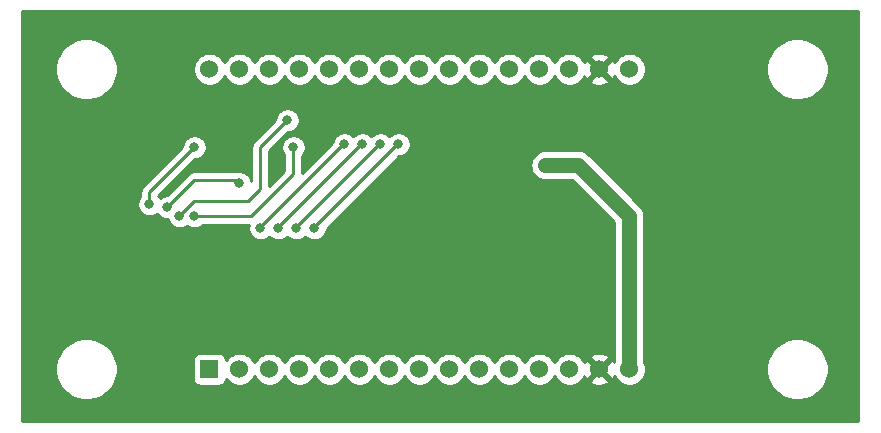
<source format=gbr>
G04 #@! TF.GenerationSoftware,KiCad,Pcbnew,(5.1.6)-1*
G04 #@! TF.CreationDate,2020-09-24T21:49:11+02:00*
G04 #@! TF.ProjectId,Brewnode_MCU_Adapter,42726577-6e6f-4646-955f-4d43555f4164,rev?*
G04 #@! TF.SameCoordinates,Original*
G04 #@! TF.FileFunction,Copper,L2,Bot*
G04 #@! TF.FilePolarity,Positive*
%FSLAX46Y46*%
G04 Gerber Fmt 4.6, Leading zero omitted, Abs format (unit mm)*
G04 Created by KiCad (PCBNEW (5.1.6)-1) date 2020-09-24 21:49:11*
%MOMM*%
%LPD*%
G01*
G04 APERTURE LIST*
G04 #@! TA.AperFunction,ComponentPad*
%ADD10C,1.524000*%
G04 #@! TD*
G04 #@! TA.AperFunction,ComponentPad*
%ADD11R,1.524000X1.524000*%
G04 #@! TD*
G04 #@! TA.AperFunction,ViaPad*
%ADD12C,0.800000*%
G04 #@! TD*
G04 #@! TA.AperFunction,ViaPad*
%ADD13C,0.600000*%
G04 #@! TD*
G04 #@! TA.AperFunction,Conductor*
%ADD14C,0.304800*%
G04 #@! TD*
G04 #@! TA.AperFunction,Conductor*
%ADD15C,0.254000*%
G04 #@! TD*
G04 #@! TA.AperFunction,Conductor*
%ADD16C,1.270000*%
G04 #@! TD*
G04 APERTURE END LIST*
D10*
X131318000Y-85090000D03*
X133858000Y-85090000D03*
X136398000Y-85090000D03*
X138938000Y-85090000D03*
X141478000Y-85090000D03*
X144018000Y-85090000D03*
X146558000Y-85090000D03*
X149098000Y-85090000D03*
X151638000Y-85090000D03*
X154178000Y-85090000D03*
X156718000Y-85090000D03*
X159258000Y-85090000D03*
X161798000Y-85090000D03*
X164338000Y-85090000D03*
X166878000Y-85090000D03*
X166878000Y-110490000D03*
X164338000Y-110490000D03*
X161798000Y-110490000D03*
X159258000Y-110490000D03*
X156718000Y-110490000D03*
X154178000Y-110490000D03*
X151638000Y-110490000D03*
X149098000Y-110490000D03*
X146558000Y-110490000D03*
X144018000Y-110490000D03*
X141478000Y-110490000D03*
X138938000Y-110490000D03*
X136398000Y-110490000D03*
X133858000Y-110490000D03*
D11*
X131318000Y-110490000D03*
D12*
X140208000Y-98552000D03*
X147320000Y-91440000D03*
X138684000Y-98552000D03*
X145796000Y-91440000D03*
X137160000Y-98552000D03*
X144272000Y-91440000D03*
X135636000Y-98552000D03*
X142748000Y-91440000D03*
X130048000Y-97536000D03*
X138430000Y-91694000D03*
X128778000Y-97536000D03*
X137922000Y-89408000D03*
X127762000Y-96774000D03*
X133858000Y-94742000D03*
X126238000Y-96520000D03*
X130048000Y-91694000D03*
D13*
X118364000Y-96040000D03*
X121412000Y-96040000D03*
D12*
X159766000Y-93218000D03*
D14*
X140208000Y-98552000D02*
X147320000Y-91440000D01*
X138684000Y-98552000D02*
X145796000Y-91440000D01*
X137160000Y-98552000D02*
X144272000Y-91440000D01*
X135636000Y-98552000D02*
X142748000Y-91440000D01*
D15*
X130048000Y-97536000D02*
X134874000Y-97536000D01*
X134874000Y-97536000D02*
X138430000Y-93980000D01*
X138430000Y-93980000D02*
X138430000Y-91694000D01*
X128778000Y-97536000D02*
X130048000Y-96266000D01*
X130048000Y-96266000D02*
X133409962Y-96266000D01*
X133409962Y-96266000D02*
X134620000Y-96266000D01*
X134620000Y-96266000D02*
X135636000Y-95250000D01*
X135636000Y-95250000D02*
X135636000Y-91694000D01*
X135636000Y-91694000D02*
X137922000Y-89408000D01*
X127762000Y-96774000D02*
X130048000Y-94488000D01*
X130048000Y-94488000D02*
X133604000Y-94488000D01*
X133604000Y-94488000D02*
X133858000Y-94742000D01*
X126238000Y-96520000D02*
X126238000Y-95504000D01*
X126238000Y-95504000D02*
X130048000Y-91694000D01*
D16*
X166878000Y-110490000D02*
X166878000Y-97536000D01*
X166878000Y-97536000D02*
X162560000Y-93218000D01*
X162560000Y-93218000D02*
X159766000Y-93218000D01*
D15*
G36*
X186259000Y-114885000D02*
G01*
X115493000Y-114885000D01*
X115493000Y-110230475D01*
X118269000Y-110230475D01*
X118269000Y-110749525D01*
X118370261Y-111258601D01*
X118568893Y-111738141D01*
X118857262Y-112169715D01*
X119224285Y-112536738D01*
X119655859Y-112825107D01*
X120135399Y-113023739D01*
X120644475Y-113125000D01*
X121163525Y-113125000D01*
X121672601Y-113023739D01*
X122152141Y-112825107D01*
X122583715Y-112536738D01*
X122950738Y-112169715D01*
X123239107Y-111738141D01*
X123437739Y-111258601D01*
X123539000Y-110749525D01*
X123539000Y-110230475D01*
X123439053Y-109728000D01*
X129917928Y-109728000D01*
X129917928Y-111252000D01*
X129930188Y-111376482D01*
X129966498Y-111496180D01*
X130025463Y-111606494D01*
X130104815Y-111703185D01*
X130201506Y-111782537D01*
X130311820Y-111841502D01*
X130431518Y-111877812D01*
X130556000Y-111890072D01*
X132080000Y-111890072D01*
X132204482Y-111877812D01*
X132324180Y-111841502D01*
X132434494Y-111782537D01*
X132531185Y-111703185D01*
X132610537Y-111606494D01*
X132669502Y-111496180D01*
X132705812Y-111376482D01*
X132714080Y-111292535D01*
X132772880Y-111380535D01*
X132967465Y-111575120D01*
X133196273Y-111728005D01*
X133450510Y-111833314D01*
X133720408Y-111887000D01*
X133995592Y-111887000D01*
X134265490Y-111833314D01*
X134519727Y-111728005D01*
X134748535Y-111575120D01*
X134943120Y-111380535D01*
X135096005Y-111151727D01*
X135128000Y-111074485D01*
X135159995Y-111151727D01*
X135312880Y-111380535D01*
X135507465Y-111575120D01*
X135736273Y-111728005D01*
X135990510Y-111833314D01*
X136260408Y-111887000D01*
X136535592Y-111887000D01*
X136805490Y-111833314D01*
X137059727Y-111728005D01*
X137288535Y-111575120D01*
X137483120Y-111380535D01*
X137636005Y-111151727D01*
X137668000Y-111074485D01*
X137699995Y-111151727D01*
X137852880Y-111380535D01*
X138047465Y-111575120D01*
X138276273Y-111728005D01*
X138530510Y-111833314D01*
X138800408Y-111887000D01*
X139075592Y-111887000D01*
X139345490Y-111833314D01*
X139599727Y-111728005D01*
X139828535Y-111575120D01*
X140023120Y-111380535D01*
X140176005Y-111151727D01*
X140208000Y-111074485D01*
X140239995Y-111151727D01*
X140392880Y-111380535D01*
X140587465Y-111575120D01*
X140816273Y-111728005D01*
X141070510Y-111833314D01*
X141340408Y-111887000D01*
X141615592Y-111887000D01*
X141885490Y-111833314D01*
X142139727Y-111728005D01*
X142368535Y-111575120D01*
X142563120Y-111380535D01*
X142716005Y-111151727D01*
X142748000Y-111074485D01*
X142779995Y-111151727D01*
X142932880Y-111380535D01*
X143127465Y-111575120D01*
X143356273Y-111728005D01*
X143610510Y-111833314D01*
X143880408Y-111887000D01*
X144155592Y-111887000D01*
X144425490Y-111833314D01*
X144679727Y-111728005D01*
X144908535Y-111575120D01*
X145103120Y-111380535D01*
X145256005Y-111151727D01*
X145288000Y-111074485D01*
X145319995Y-111151727D01*
X145472880Y-111380535D01*
X145667465Y-111575120D01*
X145896273Y-111728005D01*
X146150510Y-111833314D01*
X146420408Y-111887000D01*
X146695592Y-111887000D01*
X146965490Y-111833314D01*
X147219727Y-111728005D01*
X147448535Y-111575120D01*
X147643120Y-111380535D01*
X147796005Y-111151727D01*
X147828000Y-111074485D01*
X147859995Y-111151727D01*
X148012880Y-111380535D01*
X148207465Y-111575120D01*
X148436273Y-111728005D01*
X148690510Y-111833314D01*
X148960408Y-111887000D01*
X149235592Y-111887000D01*
X149505490Y-111833314D01*
X149759727Y-111728005D01*
X149988535Y-111575120D01*
X150183120Y-111380535D01*
X150336005Y-111151727D01*
X150368000Y-111074485D01*
X150399995Y-111151727D01*
X150552880Y-111380535D01*
X150747465Y-111575120D01*
X150976273Y-111728005D01*
X151230510Y-111833314D01*
X151500408Y-111887000D01*
X151775592Y-111887000D01*
X152045490Y-111833314D01*
X152299727Y-111728005D01*
X152528535Y-111575120D01*
X152723120Y-111380535D01*
X152876005Y-111151727D01*
X152908000Y-111074485D01*
X152939995Y-111151727D01*
X153092880Y-111380535D01*
X153287465Y-111575120D01*
X153516273Y-111728005D01*
X153770510Y-111833314D01*
X154040408Y-111887000D01*
X154315592Y-111887000D01*
X154585490Y-111833314D01*
X154839727Y-111728005D01*
X155068535Y-111575120D01*
X155263120Y-111380535D01*
X155416005Y-111151727D01*
X155448000Y-111074485D01*
X155479995Y-111151727D01*
X155632880Y-111380535D01*
X155827465Y-111575120D01*
X156056273Y-111728005D01*
X156310510Y-111833314D01*
X156580408Y-111887000D01*
X156855592Y-111887000D01*
X157125490Y-111833314D01*
X157379727Y-111728005D01*
X157608535Y-111575120D01*
X157803120Y-111380535D01*
X157956005Y-111151727D01*
X157988000Y-111074485D01*
X158019995Y-111151727D01*
X158172880Y-111380535D01*
X158367465Y-111575120D01*
X158596273Y-111728005D01*
X158850510Y-111833314D01*
X159120408Y-111887000D01*
X159395592Y-111887000D01*
X159665490Y-111833314D01*
X159919727Y-111728005D01*
X160148535Y-111575120D01*
X160343120Y-111380535D01*
X160496005Y-111151727D01*
X160528000Y-111074485D01*
X160559995Y-111151727D01*
X160712880Y-111380535D01*
X160907465Y-111575120D01*
X161136273Y-111728005D01*
X161390510Y-111833314D01*
X161660408Y-111887000D01*
X161935592Y-111887000D01*
X162205490Y-111833314D01*
X162459727Y-111728005D01*
X162688535Y-111575120D01*
X162808090Y-111455565D01*
X163552040Y-111455565D01*
X163619020Y-111695656D01*
X163868048Y-111812756D01*
X164135135Y-111879023D01*
X164410017Y-111891910D01*
X164682133Y-111850922D01*
X164941023Y-111757636D01*
X165056980Y-111695656D01*
X165123960Y-111455565D01*
X164338000Y-110669605D01*
X163552040Y-111455565D01*
X162808090Y-111455565D01*
X162883120Y-111380535D01*
X163036005Y-111151727D01*
X163065692Y-111080057D01*
X163070364Y-111093023D01*
X163132344Y-111208980D01*
X163372435Y-111275960D01*
X164158395Y-110490000D01*
X163372435Y-109704040D01*
X163132344Y-109771020D01*
X163068515Y-109906760D01*
X163036005Y-109828273D01*
X162883120Y-109599465D01*
X162808090Y-109524435D01*
X163552040Y-109524435D01*
X164338000Y-110310395D01*
X165123960Y-109524435D01*
X165056980Y-109284344D01*
X164807952Y-109167244D01*
X164540865Y-109100977D01*
X164265983Y-109088090D01*
X163993867Y-109129078D01*
X163734977Y-109222364D01*
X163619020Y-109284344D01*
X163552040Y-109524435D01*
X162808090Y-109524435D01*
X162688535Y-109404880D01*
X162459727Y-109251995D01*
X162205490Y-109146686D01*
X161935592Y-109093000D01*
X161660408Y-109093000D01*
X161390510Y-109146686D01*
X161136273Y-109251995D01*
X160907465Y-109404880D01*
X160712880Y-109599465D01*
X160559995Y-109828273D01*
X160528000Y-109905515D01*
X160496005Y-109828273D01*
X160343120Y-109599465D01*
X160148535Y-109404880D01*
X159919727Y-109251995D01*
X159665490Y-109146686D01*
X159395592Y-109093000D01*
X159120408Y-109093000D01*
X158850510Y-109146686D01*
X158596273Y-109251995D01*
X158367465Y-109404880D01*
X158172880Y-109599465D01*
X158019995Y-109828273D01*
X157988000Y-109905515D01*
X157956005Y-109828273D01*
X157803120Y-109599465D01*
X157608535Y-109404880D01*
X157379727Y-109251995D01*
X157125490Y-109146686D01*
X156855592Y-109093000D01*
X156580408Y-109093000D01*
X156310510Y-109146686D01*
X156056273Y-109251995D01*
X155827465Y-109404880D01*
X155632880Y-109599465D01*
X155479995Y-109828273D01*
X155448000Y-109905515D01*
X155416005Y-109828273D01*
X155263120Y-109599465D01*
X155068535Y-109404880D01*
X154839727Y-109251995D01*
X154585490Y-109146686D01*
X154315592Y-109093000D01*
X154040408Y-109093000D01*
X153770510Y-109146686D01*
X153516273Y-109251995D01*
X153287465Y-109404880D01*
X153092880Y-109599465D01*
X152939995Y-109828273D01*
X152908000Y-109905515D01*
X152876005Y-109828273D01*
X152723120Y-109599465D01*
X152528535Y-109404880D01*
X152299727Y-109251995D01*
X152045490Y-109146686D01*
X151775592Y-109093000D01*
X151500408Y-109093000D01*
X151230510Y-109146686D01*
X150976273Y-109251995D01*
X150747465Y-109404880D01*
X150552880Y-109599465D01*
X150399995Y-109828273D01*
X150368000Y-109905515D01*
X150336005Y-109828273D01*
X150183120Y-109599465D01*
X149988535Y-109404880D01*
X149759727Y-109251995D01*
X149505490Y-109146686D01*
X149235592Y-109093000D01*
X148960408Y-109093000D01*
X148690510Y-109146686D01*
X148436273Y-109251995D01*
X148207465Y-109404880D01*
X148012880Y-109599465D01*
X147859995Y-109828273D01*
X147828000Y-109905515D01*
X147796005Y-109828273D01*
X147643120Y-109599465D01*
X147448535Y-109404880D01*
X147219727Y-109251995D01*
X146965490Y-109146686D01*
X146695592Y-109093000D01*
X146420408Y-109093000D01*
X146150510Y-109146686D01*
X145896273Y-109251995D01*
X145667465Y-109404880D01*
X145472880Y-109599465D01*
X145319995Y-109828273D01*
X145288000Y-109905515D01*
X145256005Y-109828273D01*
X145103120Y-109599465D01*
X144908535Y-109404880D01*
X144679727Y-109251995D01*
X144425490Y-109146686D01*
X144155592Y-109093000D01*
X143880408Y-109093000D01*
X143610510Y-109146686D01*
X143356273Y-109251995D01*
X143127465Y-109404880D01*
X142932880Y-109599465D01*
X142779995Y-109828273D01*
X142748000Y-109905515D01*
X142716005Y-109828273D01*
X142563120Y-109599465D01*
X142368535Y-109404880D01*
X142139727Y-109251995D01*
X141885490Y-109146686D01*
X141615592Y-109093000D01*
X141340408Y-109093000D01*
X141070510Y-109146686D01*
X140816273Y-109251995D01*
X140587465Y-109404880D01*
X140392880Y-109599465D01*
X140239995Y-109828273D01*
X140208000Y-109905515D01*
X140176005Y-109828273D01*
X140023120Y-109599465D01*
X139828535Y-109404880D01*
X139599727Y-109251995D01*
X139345490Y-109146686D01*
X139075592Y-109093000D01*
X138800408Y-109093000D01*
X138530510Y-109146686D01*
X138276273Y-109251995D01*
X138047465Y-109404880D01*
X137852880Y-109599465D01*
X137699995Y-109828273D01*
X137668000Y-109905515D01*
X137636005Y-109828273D01*
X137483120Y-109599465D01*
X137288535Y-109404880D01*
X137059727Y-109251995D01*
X136805490Y-109146686D01*
X136535592Y-109093000D01*
X136260408Y-109093000D01*
X135990510Y-109146686D01*
X135736273Y-109251995D01*
X135507465Y-109404880D01*
X135312880Y-109599465D01*
X135159995Y-109828273D01*
X135128000Y-109905515D01*
X135096005Y-109828273D01*
X134943120Y-109599465D01*
X134748535Y-109404880D01*
X134519727Y-109251995D01*
X134265490Y-109146686D01*
X133995592Y-109093000D01*
X133720408Y-109093000D01*
X133450510Y-109146686D01*
X133196273Y-109251995D01*
X132967465Y-109404880D01*
X132772880Y-109599465D01*
X132714080Y-109687465D01*
X132705812Y-109603518D01*
X132669502Y-109483820D01*
X132610537Y-109373506D01*
X132531185Y-109276815D01*
X132434494Y-109197463D01*
X132324180Y-109138498D01*
X132204482Y-109102188D01*
X132080000Y-109089928D01*
X130556000Y-109089928D01*
X130431518Y-109102188D01*
X130311820Y-109138498D01*
X130201506Y-109197463D01*
X130104815Y-109276815D01*
X130025463Y-109373506D01*
X129966498Y-109483820D01*
X129930188Y-109603518D01*
X129917928Y-109728000D01*
X123439053Y-109728000D01*
X123437739Y-109721399D01*
X123239107Y-109241859D01*
X122950738Y-108810285D01*
X122583715Y-108443262D01*
X122152141Y-108154893D01*
X121672601Y-107956261D01*
X121163525Y-107855000D01*
X120644475Y-107855000D01*
X120135399Y-107956261D01*
X119655859Y-108154893D01*
X119224285Y-108443262D01*
X118857262Y-108810285D01*
X118568893Y-109241859D01*
X118370261Y-109721399D01*
X118269000Y-110230475D01*
X115493000Y-110230475D01*
X115493000Y-96418061D01*
X125203000Y-96418061D01*
X125203000Y-96621939D01*
X125242774Y-96821898D01*
X125320795Y-97010256D01*
X125434063Y-97179774D01*
X125578226Y-97323937D01*
X125747744Y-97437205D01*
X125936102Y-97515226D01*
X126136061Y-97555000D01*
X126339939Y-97555000D01*
X126539898Y-97515226D01*
X126728256Y-97437205D01*
X126888716Y-97329989D01*
X126958063Y-97433774D01*
X127102226Y-97577937D01*
X127271744Y-97691205D01*
X127460102Y-97769226D01*
X127660061Y-97809000D01*
X127777026Y-97809000D01*
X127782774Y-97837898D01*
X127860795Y-98026256D01*
X127974063Y-98195774D01*
X128118226Y-98339937D01*
X128287744Y-98453205D01*
X128476102Y-98531226D01*
X128676061Y-98571000D01*
X128879939Y-98571000D01*
X129079898Y-98531226D01*
X129268256Y-98453205D01*
X129413000Y-98356490D01*
X129557744Y-98453205D01*
X129746102Y-98531226D01*
X129946061Y-98571000D01*
X130149939Y-98571000D01*
X130349898Y-98531226D01*
X130538256Y-98453205D01*
X130707774Y-98339937D01*
X130749711Y-98298000D01*
X134631247Y-98298000D01*
X134601000Y-98450061D01*
X134601000Y-98653939D01*
X134640774Y-98853898D01*
X134718795Y-99042256D01*
X134832063Y-99211774D01*
X134976226Y-99355937D01*
X135145744Y-99469205D01*
X135334102Y-99547226D01*
X135534061Y-99587000D01*
X135737939Y-99587000D01*
X135937898Y-99547226D01*
X136126256Y-99469205D01*
X136295774Y-99355937D01*
X136398000Y-99253711D01*
X136500226Y-99355937D01*
X136669744Y-99469205D01*
X136858102Y-99547226D01*
X137058061Y-99587000D01*
X137261939Y-99587000D01*
X137461898Y-99547226D01*
X137650256Y-99469205D01*
X137819774Y-99355937D01*
X137922000Y-99253711D01*
X138024226Y-99355937D01*
X138193744Y-99469205D01*
X138382102Y-99547226D01*
X138582061Y-99587000D01*
X138785939Y-99587000D01*
X138985898Y-99547226D01*
X139174256Y-99469205D01*
X139343774Y-99355937D01*
X139446000Y-99253711D01*
X139548226Y-99355937D01*
X139717744Y-99469205D01*
X139906102Y-99547226D01*
X140106061Y-99587000D01*
X140309939Y-99587000D01*
X140509898Y-99547226D01*
X140698256Y-99469205D01*
X140867774Y-99355937D01*
X141011937Y-99211774D01*
X141125205Y-99042256D01*
X141203226Y-98853898D01*
X141243000Y-98653939D01*
X141243000Y-98630550D01*
X146655550Y-93218000D01*
X158489856Y-93218000D01*
X158514377Y-93466963D01*
X158586997Y-93706359D01*
X158704925Y-93926988D01*
X158863630Y-94120370D01*
X159057012Y-94279075D01*
X159277641Y-94397003D01*
X159517037Y-94469623D01*
X159703620Y-94488000D01*
X162033950Y-94488000D01*
X165608001Y-98062052D01*
X165608000Y-109893538D01*
X165605636Y-109886977D01*
X165543656Y-109771020D01*
X165303565Y-109704040D01*
X164517605Y-110490000D01*
X165303565Y-111275960D01*
X165543656Y-111208980D01*
X165607485Y-111073240D01*
X165639995Y-111151727D01*
X165792880Y-111380535D01*
X165987465Y-111575120D01*
X166216273Y-111728005D01*
X166470510Y-111833314D01*
X166740408Y-111887000D01*
X167015592Y-111887000D01*
X167285490Y-111833314D01*
X167539727Y-111728005D01*
X167768535Y-111575120D01*
X167963120Y-111380535D01*
X168116005Y-111151727D01*
X168221314Y-110897490D01*
X168275000Y-110627592D01*
X168275000Y-110352408D01*
X168250747Y-110230475D01*
X178467000Y-110230475D01*
X178467000Y-110749525D01*
X178568261Y-111258601D01*
X178766893Y-111738141D01*
X179055262Y-112169715D01*
X179422285Y-112536738D01*
X179853859Y-112825107D01*
X180333399Y-113023739D01*
X180842475Y-113125000D01*
X181361525Y-113125000D01*
X181870601Y-113023739D01*
X182350141Y-112825107D01*
X182781715Y-112536738D01*
X183148738Y-112169715D01*
X183437107Y-111738141D01*
X183635739Y-111258601D01*
X183737000Y-110749525D01*
X183737000Y-110230475D01*
X183635739Y-109721399D01*
X183437107Y-109241859D01*
X183148738Y-108810285D01*
X182781715Y-108443262D01*
X182350141Y-108154893D01*
X181870601Y-107956261D01*
X181361525Y-107855000D01*
X180842475Y-107855000D01*
X180333399Y-107956261D01*
X179853859Y-108154893D01*
X179422285Y-108443262D01*
X179055262Y-108810285D01*
X178766893Y-109241859D01*
X178568261Y-109721399D01*
X178467000Y-110230475D01*
X168250747Y-110230475D01*
X168221314Y-110082510D01*
X168148000Y-109905515D01*
X168148000Y-97598372D01*
X168154143Y-97535999D01*
X168148000Y-97473626D01*
X168148000Y-97473620D01*
X168129623Y-97287037D01*
X168124751Y-97270974D01*
X168090069Y-97156645D01*
X168057003Y-97047641D01*
X167939075Y-96827012D01*
X167780370Y-96633630D01*
X167731914Y-96593863D01*
X163502141Y-92364091D01*
X163462370Y-92315630D01*
X163268988Y-92156925D01*
X163048359Y-92038997D01*
X162808963Y-91966377D01*
X162622380Y-91948000D01*
X162622373Y-91948000D01*
X162560000Y-91941857D01*
X162497627Y-91948000D01*
X159703620Y-91948000D01*
X159517037Y-91966377D01*
X159277641Y-92038997D01*
X159057012Y-92156925D01*
X158863630Y-92315630D01*
X158704925Y-92509012D01*
X158586997Y-92729641D01*
X158514377Y-92969037D01*
X158489856Y-93218000D01*
X146655550Y-93218000D01*
X147398551Y-92475000D01*
X147421939Y-92475000D01*
X147621898Y-92435226D01*
X147810256Y-92357205D01*
X147979774Y-92243937D01*
X148123937Y-92099774D01*
X148237205Y-91930256D01*
X148315226Y-91741898D01*
X148355000Y-91541939D01*
X148355000Y-91338061D01*
X148315226Y-91138102D01*
X148237205Y-90949744D01*
X148123937Y-90780226D01*
X147979774Y-90636063D01*
X147810256Y-90522795D01*
X147621898Y-90444774D01*
X147421939Y-90405000D01*
X147218061Y-90405000D01*
X147018102Y-90444774D01*
X146829744Y-90522795D01*
X146660226Y-90636063D01*
X146558000Y-90738289D01*
X146455774Y-90636063D01*
X146286256Y-90522795D01*
X146097898Y-90444774D01*
X145897939Y-90405000D01*
X145694061Y-90405000D01*
X145494102Y-90444774D01*
X145305744Y-90522795D01*
X145136226Y-90636063D01*
X145034000Y-90738289D01*
X144931774Y-90636063D01*
X144762256Y-90522795D01*
X144573898Y-90444774D01*
X144373939Y-90405000D01*
X144170061Y-90405000D01*
X143970102Y-90444774D01*
X143781744Y-90522795D01*
X143612226Y-90636063D01*
X143510000Y-90738289D01*
X143407774Y-90636063D01*
X143238256Y-90522795D01*
X143049898Y-90444774D01*
X142849939Y-90405000D01*
X142646061Y-90405000D01*
X142446102Y-90444774D01*
X142257744Y-90522795D01*
X142088226Y-90636063D01*
X141944063Y-90780226D01*
X141830795Y-90949744D01*
X141752774Y-91138102D01*
X141713000Y-91338061D01*
X141713000Y-91361449D01*
X139192000Y-93882449D01*
X139192000Y-92395711D01*
X139233937Y-92353774D01*
X139347205Y-92184256D01*
X139425226Y-91995898D01*
X139465000Y-91795939D01*
X139465000Y-91592061D01*
X139425226Y-91392102D01*
X139347205Y-91203744D01*
X139233937Y-91034226D01*
X139089774Y-90890063D01*
X138920256Y-90776795D01*
X138731898Y-90698774D01*
X138531939Y-90659000D01*
X138328061Y-90659000D01*
X138128102Y-90698774D01*
X137939744Y-90776795D01*
X137770226Y-90890063D01*
X137626063Y-91034226D01*
X137512795Y-91203744D01*
X137434774Y-91392102D01*
X137395000Y-91592061D01*
X137395000Y-91795939D01*
X137434774Y-91995898D01*
X137512795Y-92184256D01*
X137626063Y-92353774D01*
X137668001Y-92395712D01*
X137668000Y-93664369D01*
X136398000Y-94934369D01*
X136398000Y-92009630D01*
X137964631Y-90443000D01*
X138023939Y-90443000D01*
X138223898Y-90403226D01*
X138412256Y-90325205D01*
X138581774Y-90211937D01*
X138725937Y-90067774D01*
X138839205Y-89898256D01*
X138917226Y-89709898D01*
X138957000Y-89509939D01*
X138957000Y-89306061D01*
X138917226Y-89106102D01*
X138839205Y-88917744D01*
X138725937Y-88748226D01*
X138581774Y-88604063D01*
X138412256Y-88490795D01*
X138223898Y-88412774D01*
X138023939Y-88373000D01*
X137820061Y-88373000D01*
X137620102Y-88412774D01*
X137431744Y-88490795D01*
X137262226Y-88604063D01*
X137118063Y-88748226D01*
X137004795Y-88917744D01*
X136926774Y-89106102D01*
X136887000Y-89306061D01*
X136887000Y-89365369D01*
X135123649Y-91128721D01*
X135094579Y-91152578D01*
X135070722Y-91181648D01*
X135070721Y-91181649D01*
X134999355Y-91268608D01*
X134928599Y-91400985D01*
X134885027Y-91544622D01*
X134870314Y-91694000D01*
X134874001Y-91731433D01*
X134874000Y-94544542D01*
X134853226Y-94440102D01*
X134775205Y-94251744D01*
X134661937Y-94082226D01*
X134517774Y-93938063D01*
X134348256Y-93824795D01*
X134159898Y-93746774D01*
X133959939Y-93707000D01*
X133756061Y-93707000D01*
X133654211Y-93727259D01*
X133641426Y-93726000D01*
X133641423Y-93726000D01*
X133604000Y-93722314D01*
X133566577Y-93726000D01*
X130085422Y-93726000D01*
X130047999Y-93722314D01*
X130010576Y-93726000D01*
X130010574Y-93726000D01*
X129898622Y-93737026D01*
X129754985Y-93780598D01*
X129622608Y-93851355D01*
X129506578Y-93946578D01*
X129482721Y-93975648D01*
X127719370Y-95739000D01*
X127660061Y-95739000D01*
X127460102Y-95778774D01*
X127271744Y-95856795D01*
X127111284Y-95964011D01*
X127041937Y-95860226D01*
X127000671Y-95818960D01*
X130090630Y-92729000D01*
X130149939Y-92729000D01*
X130349898Y-92689226D01*
X130538256Y-92611205D01*
X130707774Y-92497937D01*
X130851937Y-92353774D01*
X130965205Y-92184256D01*
X131043226Y-91995898D01*
X131083000Y-91795939D01*
X131083000Y-91592061D01*
X131043226Y-91392102D01*
X130965205Y-91203744D01*
X130851937Y-91034226D01*
X130707774Y-90890063D01*
X130538256Y-90776795D01*
X130349898Y-90698774D01*
X130149939Y-90659000D01*
X129946061Y-90659000D01*
X129746102Y-90698774D01*
X129557744Y-90776795D01*
X129388226Y-90890063D01*
X129244063Y-91034226D01*
X129130795Y-91203744D01*
X129052774Y-91392102D01*
X129013000Y-91592061D01*
X129013000Y-91651370D01*
X125725649Y-94938721D01*
X125696579Y-94962578D01*
X125672722Y-94991648D01*
X125672721Y-94991649D01*
X125601355Y-95078608D01*
X125530599Y-95210985D01*
X125487027Y-95354622D01*
X125472314Y-95504000D01*
X125476001Y-95541433D01*
X125476001Y-95818288D01*
X125434063Y-95860226D01*
X125320795Y-96029744D01*
X125242774Y-96218102D01*
X125203000Y-96418061D01*
X115493000Y-96418061D01*
X115493000Y-84830475D01*
X118269000Y-84830475D01*
X118269000Y-85349525D01*
X118370261Y-85858601D01*
X118568893Y-86338141D01*
X118857262Y-86769715D01*
X119224285Y-87136738D01*
X119655859Y-87425107D01*
X120135399Y-87623739D01*
X120644475Y-87725000D01*
X121163525Y-87725000D01*
X121672601Y-87623739D01*
X122152141Y-87425107D01*
X122583715Y-87136738D01*
X122950738Y-86769715D01*
X123239107Y-86338141D01*
X123437739Y-85858601D01*
X123539000Y-85349525D01*
X123539000Y-84952408D01*
X129921000Y-84952408D01*
X129921000Y-85227592D01*
X129974686Y-85497490D01*
X130079995Y-85751727D01*
X130232880Y-85980535D01*
X130427465Y-86175120D01*
X130656273Y-86328005D01*
X130910510Y-86433314D01*
X131180408Y-86487000D01*
X131455592Y-86487000D01*
X131725490Y-86433314D01*
X131979727Y-86328005D01*
X132208535Y-86175120D01*
X132403120Y-85980535D01*
X132556005Y-85751727D01*
X132588000Y-85674485D01*
X132619995Y-85751727D01*
X132772880Y-85980535D01*
X132967465Y-86175120D01*
X133196273Y-86328005D01*
X133450510Y-86433314D01*
X133720408Y-86487000D01*
X133995592Y-86487000D01*
X134265490Y-86433314D01*
X134519727Y-86328005D01*
X134748535Y-86175120D01*
X134943120Y-85980535D01*
X135096005Y-85751727D01*
X135128000Y-85674485D01*
X135159995Y-85751727D01*
X135312880Y-85980535D01*
X135507465Y-86175120D01*
X135736273Y-86328005D01*
X135990510Y-86433314D01*
X136260408Y-86487000D01*
X136535592Y-86487000D01*
X136805490Y-86433314D01*
X137059727Y-86328005D01*
X137288535Y-86175120D01*
X137483120Y-85980535D01*
X137636005Y-85751727D01*
X137668000Y-85674485D01*
X137699995Y-85751727D01*
X137852880Y-85980535D01*
X138047465Y-86175120D01*
X138276273Y-86328005D01*
X138530510Y-86433314D01*
X138800408Y-86487000D01*
X139075592Y-86487000D01*
X139345490Y-86433314D01*
X139599727Y-86328005D01*
X139828535Y-86175120D01*
X140023120Y-85980535D01*
X140176005Y-85751727D01*
X140208000Y-85674485D01*
X140239995Y-85751727D01*
X140392880Y-85980535D01*
X140587465Y-86175120D01*
X140816273Y-86328005D01*
X141070510Y-86433314D01*
X141340408Y-86487000D01*
X141615592Y-86487000D01*
X141885490Y-86433314D01*
X142139727Y-86328005D01*
X142368535Y-86175120D01*
X142563120Y-85980535D01*
X142716005Y-85751727D01*
X142748000Y-85674485D01*
X142779995Y-85751727D01*
X142932880Y-85980535D01*
X143127465Y-86175120D01*
X143356273Y-86328005D01*
X143610510Y-86433314D01*
X143880408Y-86487000D01*
X144155592Y-86487000D01*
X144425490Y-86433314D01*
X144679727Y-86328005D01*
X144908535Y-86175120D01*
X145103120Y-85980535D01*
X145256005Y-85751727D01*
X145288000Y-85674485D01*
X145319995Y-85751727D01*
X145472880Y-85980535D01*
X145667465Y-86175120D01*
X145896273Y-86328005D01*
X146150510Y-86433314D01*
X146420408Y-86487000D01*
X146695592Y-86487000D01*
X146965490Y-86433314D01*
X147219727Y-86328005D01*
X147448535Y-86175120D01*
X147643120Y-85980535D01*
X147796005Y-85751727D01*
X147828000Y-85674485D01*
X147859995Y-85751727D01*
X148012880Y-85980535D01*
X148207465Y-86175120D01*
X148436273Y-86328005D01*
X148690510Y-86433314D01*
X148960408Y-86487000D01*
X149235592Y-86487000D01*
X149505490Y-86433314D01*
X149759727Y-86328005D01*
X149988535Y-86175120D01*
X150183120Y-85980535D01*
X150336005Y-85751727D01*
X150368000Y-85674485D01*
X150399995Y-85751727D01*
X150552880Y-85980535D01*
X150747465Y-86175120D01*
X150976273Y-86328005D01*
X151230510Y-86433314D01*
X151500408Y-86487000D01*
X151775592Y-86487000D01*
X152045490Y-86433314D01*
X152299727Y-86328005D01*
X152528535Y-86175120D01*
X152723120Y-85980535D01*
X152876005Y-85751727D01*
X152908000Y-85674485D01*
X152939995Y-85751727D01*
X153092880Y-85980535D01*
X153287465Y-86175120D01*
X153516273Y-86328005D01*
X153770510Y-86433314D01*
X154040408Y-86487000D01*
X154315592Y-86487000D01*
X154585490Y-86433314D01*
X154839727Y-86328005D01*
X155068535Y-86175120D01*
X155263120Y-85980535D01*
X155416005Y-85751727D01*
X155448000Y-85674485D01*
X155479995Y-85751727D01*
X155632880Y-85980535D01*
X155827465Y-86175120D01*
X156056273Y-86328005D01*
X156310510Y-86433314D01*
X156580408Y-86487000D01*
X156855592Y-86487000D01*
X157125490Y-86433314D01*
X157379727Y-86328005D01*
X157608535Y-86175120D01*
X157803120Y-85980535D01*
X157956005Y-85751727D01*
X157988000Y-85674485D01*
X158019995Y-85751727D01*
X158172880Y-85980535D01*
X158367465Y-86175120D01*
X158596273Y-86328005D01*
X158850510Y-86433314D01*
X159120408Y-86487000D01*
X159395592Y-86487000D01*
X159665490Y-86433314D01*
X159919727Y-86328005D01*
X160148535Y-86175120D01*
X160343120Y-85980535D01*
X160496005Y-85751727D01*
X160528000Y-85674485D01*
X160559995Y-85751727D01*
X160712880Y-85980535D01*
X160907465Y-86175120D01*
X161136273Y-86328005D01*
X161390510Y-86433314D01*
X161660408Y-86487000D01*
X161935592Y-86487000D01*
X162205490Y-86433314D01*
X162459727Y-86328005D01*
X162688535Y-86175120D01*
X162808090Y-86055565D01*
X163552040Y-86055565D01*
X163619020Y-86295656D01*
X163868048Y-86412756D01*
X164135135Y-86479023D01*
X164410017Y-86491910D01*
X164682133Y-86450922D01*
X164941023Y-86357636D01*
X165056980Y-86295656D01*
X165123960Y-86055565D01*
X164338000Y-85269605D01*
X163552040Y-86055565D01*
X162808090Y-86055565D01*
X162883120Y-85980535D01*
X163036005Y-85751727D01*
X163065692Y-85680057D01*
X163070364Y-85693023D01*
X163132344Y-85808980D01*
X163372435Y-85875960D01*
X164158395Y-85090000D01*
X164517605Y-85090000D01*
X165303565Y-85875960D01*
X165543656Y-85808980D01*
X165607485Y-85673240D01*
X165639995Y-85751727D01*
X165792880Y-85980535D01*
X165987465Y-86175120D01*
X166216273Y-86328005D01*
X166470510Y-86433314D01*
X166740408Y-86487000D01*
X167015592Y-86487000D01*
X167285490Y-86433314D01*
X167539727Y-86328005D01*
X167768535Y-86175120D01*
X167963120Y-85980535D01*
X168116005Y-85751727D01*
X168221314Y-85497490D01*
X168275000Y-85227592D01*
X168275000Y-84952408D01*
X168250747Y-84830475D01*
X178467000Y-84830475D01*
X178467000Y-85349525D01*
X178568261Y-85858601D01*
X178766893Y-86338141D01*
X179055262Y-86769715D01*
X179422285Y-87136738D01*
X179853859Y-87425107D01*
X180333399Y-87623739D01*
X180842475Y-87725000D01*
X181361525Y-87725000D01*
X181870601Y-87623739D01*
X182350141Y-87425107D01*
X182781715Y-87136738D01*
X183148738Y-86769715D01*
X183437107Y-86338141D01*
X183635739Y-85858601D01*
X183737000Y-85349525D01*
X183737000Y-84830475D01*
X183635739Y-84321399D01*
X183437107Y-83841859D01*
X183148738Y-83410285D01*
X182781715Y-83043262D01*
X182350141Y-82754893D01*
X181870601Y-82556261D01*
X181361525Y-82455000D01*
X180842475Y-82455000D01*
X180333399Y-82556261D01*
X179853859Y-82754893D01*
X179422285Y-83043262D01*
X179055262Y-83410285D01*
X178766893Y-83841859D01*
X178568261Y-84321399D01*
X178467000Y-84830475D01*
X168250747Y-84830475D01*
X168221314Y-84682510D01*
X168116005Y-84428273D01*
X167963120Y-84199465D01*
X167768535Y-84004880D01*
X167539727Y-83851995D01*
X167285490Y-83746686D01*
X167015592Y-83693000D01*
X166740408Y-83693000D01*
X166470510Y-83746686D01*
X166216273Y-83851995D01*
X165987465Y-84004880D01*
X165792880Y-84199465D01*
X165639995Y-84428273D01*
X165610308Y-84499943D01*
X165605636Y-84486977D01*
X165543656Y-84371020D01*
X165303565Y-84304040D01*
X164517605Y-85090000D01*
X164158395Y-85090000D01*
X163372435Y-84304040D01*
X163132344Y-84371020D01*
X163068515Y-84506760D01*
X163036005Y-84428273D01*
X162883120Y-84199465D01*
X162808090Y-84124435D01*
X163552040Y-84124435D01*
X164338000Y-84910395D01*
X165123960Y-84124435D01*
X165056980Y-83884344D01*
X164807952Y-83767244D01*
X164540865Y-83700977D01*
X164265983Y-83688090D01*
X163993867Y-83729078D01*
X163734977Y-83822364D01*
X163619020Y-83884344D01*
X163552040Y-84124435D01*
X162808090Y-84124435D01*
X162688535Y-84004880D01*
X162459727Y-83851995D01*
X162205490Y-83746686D01*
X161935592Y-83693000D01*
X161660408Y-83693000D01*
X161390510Y-83746686D01*
X161136273Y-83851995D01*
X160907465Y-84004880D01*
X160712880Y-84199465D01*
X160559995Y-84428273D01*
X160528000Y-84505515D01*
X160496005Y-84428273D01*
X160343120Y-84199465D01*
X160148535Y-84004880D01*
X159919727Y-83851995D01*
X159665490Y-83746686D01*
X159395592Y-83693000D01*
X159120408Y-83693000D01*
X158850510Y-83746686D01*
X158596273Y-83851995D01*
X158367465Y-84004880D01*
X158172880Y-84199465D01*
X158019995Y-84428273D01*
X157988000Y-84505515D01*
X157956005Y-84428273D01*
X157803120Y-84199465D01*
X157608535Y-84004880D01*
X157379727Y-83851995D01*
X157125490Y-83746686D01*
X156855592Y-83693000D01*
X156580408Y-83693000D01*
X156310510Y-83746686D01*
X156056273Y-83851995D01*
X155827465Y-84004880D01*
X155632880Y-84199465D01*
X155479995Y-84428273D01*
X155448000Y-84505515D01*
X155416005Y-84428273D01*
X155263120Y-84199465D01*
X155068535Y-84004880D01*
X154839727Y-83851995D01*
X154585490Y-83746686D01*
X154315592Y-83693000D01*
X154040408Y-83693000D01*
X153770510Y-83746686D01*
X153516273Y-83851995D01*
X153287465Y-84004880D01*
X153092880Y-84199465D01*
X152939995Y-84428273D01*
X152908000Y-84505515D01*
X152876005Y-84428273D01*
X152723120Y-84199465D01*
X152528535Y-84004880D01*
X152299727Y-83851995D01*
X152045490Y-83746686D01*
X151775592Y-83693000D01*
X151500408Y-83693000D01*
X151230510Y-83746686D01*
X150976273Y-83851995D01*
X150747465Y-84004880D01*
X150552880Y-84199465D01*
X150399995Y-84428273D01*
X150368000Y-84505515D01*
X150336005Y-84428273D01*
X150183120Y-84199465D01*
X149988535Y-84004880D01*
X149759727Y-83851995D01*
X149505490Y-83746686D01*
X149235592Y-83693000D01*
X148960408Y-83693000D01*
X148690510Y-83746686D01*
X148436273Y-83851995D01*
X148207465Y-84004880D01*
X148012880Y-84199465D01*
X147859995Y-84428273D01*
X147828000Y-84505515D01*
X147796005Y-84428273D01*
X147643120Y-84199465D01*
X147448535Y-84004880D01*
X147219727Y-83851995D01*
X146965490Y-83746686D01*
X146695592Y-83693000D01*
X146420408Y-83693000D01*
X146150510Y-83746686D01*
X145896273Y-83851995D01*
X145667465Y-84004880D01*
X145472880Y-84199465D01*
X145319995Y-84428273D01*
X145288000Y-84505515D01*
X145256005Y-84428273D01*
X145103120Y-84199465D01*
X144908535Y-84004880D01*
X144679727Y-83851995D01*
X144425490Y-83746686D01*
X144155592Y-83693000D01*
X143880408Y-83693000D01*
X143610510Y-83746686D01*
X143356273Y-83851995D01*
X143127465Y-84004880D01*
X142932880Y-84199465D01*
X142779995Y-84428273D01*
X142748000Y-84505515D01*
X142716005Y-84428273D01*
X142563120Y-84199465D01*
X142368535Y-84004880D01*
X142139727Y-83851995D01*
X141885490Y-83746686D01*
X141615592Y-83693000D01*
X141340408Y-83693000D01*
X141070510Y-83746686D01*
X140816273Y-83851995D01*
X140587465Y-84004880D01*
X140392880Y-84199465D01*
X140239995Y-84428273D01*
X140208000Y-84505515D01*
X140176005Y-84428273D01*
X140023120Y-84199465D01*
X139828535Y-84004880D01*
X139599727Y-83851995D01*
X139345490Y-83746686D01*
X139075592Y-83693000D01*
X138800408Y-83693000D01*
X138530510Y-83746686D01*
X138276273Y-83851995D01*
X138047465Y-84004880D01*
X137852880Y-84199465D01*
X137699995Y-84428273D01*
X137668000Y-84505515D01*
X137636005Y-84428273D01*
X137483120Y-84199465D01*
X137288535Y-84004880D01*
X137059727Y-83851995D01*
X136805490Y-83746686D01*
X136535592Y-83693000D01*
X136260408Y-83693000D01*
X135990510Y-83746686D01*
X135736273Y-83851995D01*
X135507465Y-84004880D01*
X135312880Y-84199465D01*
X135159995Y-84428273D01*
X135128000Y-84505515D01*
X135096005Y-84428273D01*
X134943120Y-84199465D01*
X134748535Y-84004880D01*
X134519727Y-83851995D01*
X134265490Y-83746686D01*
X133995592Y-83693000D01*
X133720408Y-83693000D01*
X133450510Y-83746686D01*
X133196273Y-83851995D01*
X132967465Y-84004880D01*
X132772880Y-84199465D01*
X132619995Y-84428273D01*
X132588000Y-84505515D01*
X132556005Y-84428273D01*
X132403120Y-84199465D01*
X132208535Y-84004880D01*
X131979727Y-83851995D01*
X131725490Y-83746686D01*
X131455592Y-83693000D01*
X131180408Y-83693000D01*
X130910510Y-83746686D01*
X130656273Y-83851995D01*
X130427465Y-84004880D01*
X130232880Y-84199465D01*
X130079995Y-84428273D01*
X129974686Y-84682510D01*
X129921000Y-84952408D01*
X123539000Y-84952408D01*
X123539000Y-84830475D01*
X123437739Y-84321399D01*
X123239107Y-83841859D01*
X122950738Y-83410285D01*
X122583715Y-83043262D01*
X122152141Y-82754893D01*
X121672601Y-82556261D01*
X121163525Y-82455000D01*
X120644475Y-82455000D01*
X120135399Y-82556261D01*
X119655859Y-82754893D01*
X119224285Y-83043262D01*
X118857262Y-83410285D01*
X118568893Y-83841859D01*
X118370261Y-84321399D01*
X118269000Y-84830475D01*
X115493000Y-84830475D01*
X115493000Y-80187000D01*
X186259001Y-80187000D01*
X186259000Y-114885000D01*
G37*
X186259000Y-114885000D02*
X115493000Y-114885000D01*
X115493000Y-110230475D01*
X118269000Y-110230475D01*
X118269000Y-110749525D01*
X118370261Y-111258601D01*
X118568893Y-111738141D01*
X118857262Y-112169715D01*
X119224285Y-112536738D01*
X119655859Y-112825107D01*
X120135399Y-113023739D01*
X120644475Y-113125000D01*
X121163525Y-113125000D01*
X121672601Y-113023739D01*
X122152141Y-112825107D01*
X122583715Y-112536738D01*
X122950738Y-112169715D01*
X123239107Y-111738141D01*
X123437739Y-111258601D01*
X123539000Y-110749525D01*
X123539000Y-110230475D01*
X123439053Y-109728000D01*
X129917928Y-109728000D01*
X129917928Y-111252000D01*
X129930188Y-111376482D01*
X129966498Y-111496180D01*
X130025463Y-111606494D01*
X130104815Y-111703185D01*
X130201506Y-111782537D01*
X130311820Y-111841502D01*
X130431518Y-111877812D01*
X130556000Y-111890072D01*
X132080000Y-111890072D01*
X132204482Y-111877812D01*
X132324180Y-111841502D01*
X132434494Y-111782537D01*
X132531185Y-111703185D01*
X132610537Y-111606494D01*
X132669502Y-111496180D01*
X132705812Y-111376482D01*
X132714080Y-111292535D01*
X132772880Y-111380535D01*
X132967465Y-111575120D01*
X133196273Y-111728005D01*
X133450510Y-111833314D01*
X133720408Y-111887000D01*
X133995592Y-111887000D01*
X134265490Y-111833314D01*
X134519727Y-111728005D01*
X134748535Y-111575120D01*
X134943120Y-111380535D01*
X135096005Y-111151727D01*
X135128000Y-111074485D01*
X135159995Y-111151727D01*
X135312880Y-111380535D01*
X135507465Y-111575120D01*
X135736273Y-111728005D01*
X135990510Y-111833314D01*
X136260408Y-111887000D01*
X136535592Y-111887000D01*
X136805490Y-111833314D01*
X137059727Y-111728005D01*
X137288535Y-111575120D01*
X137483120Y-111380535D01*
X137636005Y-111151727D01*
X137668000Y-111074485D01*
X137699995Y-111151727D01*
X137852880Y-111380535D01*
X138047465Y-111575120D01*
X138276273Y-111728005D01*
X138530510Y-111833314D01*
X138800408Y-111887000D01*
X139075592Y-111887000D01*
X139345490Y-111833314D01*
X139599727Y-111728005D01*
X139828535Y-111575120D01*
X140023120Y-111380535D01*
X140176005Y-111151727D01*
X140208000Y-111074485D01*
X140239995Y-111151727D01*
X140392880Y-111380535D01*
X140587465Y-111575120D01*
X140816273Y-111728005D01*
X141070510Y-111833314D01*
X141340408Y-111887000D01*
X141615592Y-111887000D01*
X141885490Y-111833314D01*
X142139727Y-111728005D01*
X142368535Y-111575120D01*
X142563120Y-111380535D01*
X142716005Y-111151727D01*
X142748000Y-111074485D01*
X142779995Y-111151727D01*
X142932880Y-111380535D01*
X143127465Y-111575120D01*
X143356273Y-111728005D01*
X143610510Y-111833314D01*
X143880408Y-111887000D01*
X144155592Y-111887000D01*
X144425490Y-111833314D01*
X144679727Y-111728005D01*
X144908535Y-111575120D01*
X145103120Y-111380535D01*
X145256005Y-111151727D01*
X145288000Y-111074485D01*
X145319995Y-111151727D01*
X145472880Y-111380535D01*
X145667465Y-111575120D01*
X145896273Y-111728005D01*
X146150510Y-111833314D01*
X146420408Y-111887000D01*
X146695592Y-111887000D01*
X146965490Y-111833314D01*
X147219727Y-111728005D01*
X147448535Y-111575120D01*
X147643120Y-111380535D01*
X147796005Y-111151727D01*
X147828000Y-111074485D01*
X147859995Y-111151727D01*
X148012880Y-111380535D01*
X148207465Y-111575120D01*
X148436273Y-111728005D01*
X148690510Y-111833314D01*
X148960408Y-111887000D01*
X149235592Y-111887000D01*
X149505490Y-111833314D01*
X149759727Y-111728005D01*
X149988535Y-111575120D01*
X150183120Y-111380535D01*
X150336005Y-111151727D01*
X150368000Y-111074485D01*
X150399995Y-111151727D01*
X150552880Y-111380535D01*
X150747465Y-111575120D01*
X150976273Y-111728005D01*
X151230510Y-111833314D01*
X151500408Y-111887000D01*
X151775592Y-111887000D01*
X152045490Y-111833314D01*
X152299727Y-111728005D01*
X152528535Y-111575120D01*
X152723120Y-111380535D01*
X152876005Y-111151727D01*
X152908000Y-111074485D01*
X152939995Y-111151727D01*
X153092880Y-111380535D01*
X153287465Y-111575120D01*
X153516273Y-111728005D01*
X153770510Y-111833314D01*
X154040408Y-111887000D01*
X154315592Y-111887000D01*
X154585490Y-111833314D01*
X154839727Y-111728005D01*
X155068535Y-111575120D01*
X155263120Y-111380535D01*
X155416005Y-111151727D01*
X155448000Y-111074485D01*
X155479995Y-111151727D01*
X155632880Y-111380535D01*
X155827465Y-111575120D01*
X156056273Y-111728005D01*
X156310510Y-111833314D01*
X156580408Y-111887000D01*
X156855592Y-111887000D01*
X157125490Y-111833314D01*
X157379727Y-111728005D01*
X157608535Y-111575120D01*
X157803120Y-111380535D01*
X157956005Y-111151727D01*
X157988000Y-111074485D01*
X158019995Y-111151727D01*
X158172880Y-111380535D01*
X158367465Y-111575120D01*
X158596273Y-111728005D01*
X158850510Y-111833314D01*
X159120408Y-111887000D01*
X159395592Y-111887000D01*
X159665490Y-111833314D01*
X159919727Y-111728005D01*
X160148535Y-111575120D01*
X160343120Y-111380535D01*
X160496005Y-111151727D01*
X160528000Y-111074485D01*
X160559995Y-111151727D01*
X160712880Y-111380535D01*
X160907465Y-111575120D01*
X161136273Y-111728005D01*
X161390510Y-111833314D01*
X161660408Y-111887000D01*
X161935592Y-111887000D01*
X162205490Y-111833314D01*
X162459727Y-111728005D01*
X162688535Y-111575120D01*
X162808090Y-111455565D01*
X163552040Y-111455565D01*
X163619020Y-111695656D01*
X163868048Y-111812756D01*
X164135135Y-111879023D01*
X164410017Y-111891910D01*
X164682133Y-111850922D01*
X164941023Y-111757636D01*
X165056980Y-111695656D01*
X165123960Y-111455565D01*
X164338000Y-110669605D01*
X163552040Y-111455565D01*
X162808090Y-111455565D01*
X162883120Y-111380535D01*
X163036005Y-111151727D01*
X163065692Y-111080057D01*
X163070364Y-111093023D01*
X163132344Y-111208980D01*
X163372435Y-111275960D01*
X164158395Y-110490000D01*
X163372435Y-109704040D01*
X163132344Y-109771020D01*
X163068515Y-109906760D01*
X163036005Y-109828273D01*
X162883120Y-109599465D01*
X162808090Y-109524435D01*
X163552040Y-109524435D01*
X164338000Y-110310395D01*
X165123960Y-109524435D01*
X165056980Y-109284344D01*
X164807952Y-109167244D01*
X164540865Y-109100977D01*
X164265983Y-109088090D01*
X163993867Y-109129078D01*
X163734977Y-109222364D01*
X163619020Y-109284344D01*
X163552040Y-109524435D01*
X162808090Y-109524435D01*
X162688535Y-109404880D01*
X162459727Y-109251995D01*
X162205490Y-109146686D01*
X161935592Y-109093000D01*
X161660408Y-109093000D01*
X161390510Y-109146686D01*
X161136273Y-109251995D01*
X160907465Y-109404880D01*
X160712880Y-109599465D01*
X160559995Y-109828273D01*
X160528000Y-109905515D01*
X160496005Y-109828273D01*
X160343120Y-109599465D01*
X160148535Y-109404880D01*
X159919727Y-109251995D01*
X159665490Y-109146686D01*
X159395592Y-109093000D01*
X159120408Y-109093000D01*
X158850510Y-109146686D01*
X158596273Y-109251995D01*
X158367465Y-109404880D01*
X158172880Y-109599465D01*
X158019995Y-109828273D01*
X157988000Y-109905515D01*
X157956005Y-109828273D01*
X157803120Y-109599465D01*
X157608535Y-109404880D01*
X157379727Y-109251995D01*
X157125490Y-109146686D01*
X156855592Y-109093000D01*
X156580408Y-109093000D01*
X156310510Y-109146686D01*
X156056273Y-109251995D01*
X155827465Y-109404880D01*
X155632880Y-109599465D01*
X155479995Y-109828273D01*
X155448000Y-109905515D01*
X155416005Y-109828273D01*
X155263120Y-109599465D01*
X155068535Y-109404880D01*
X154839727Y-109251995D01*
X154585490Y-109146686D01*
X154315592Y-109093000D01*
X154040408Y-109093000D01*
X153770510Y-109146686D01*
X153516273Y-109251995D01*
X153287465Y-109404880D01*
X153092880Y-109599465D01*
X152939995Y-109828273D01*
X152908000Y-109905515D01*
X152876005Y-109828273D01*
X152723120Y-109599465D01*
X152528535Y-109404880D01*
X152299727Y-109251995D01*
X152045490Y-109146686D01*
X151775592Y-109093000D01*
X151500408Y-109093000D01*
X151230510Y-109146686D01*
X150976273Y-109251995D01*
X150747465Y-109404880D01*
X150552880Y-109599465D01*
X150399995Y-109828273D01*
X150368000Y-109905515D01*
X150336005Y-109828273D01*
X150183120Y-109599465D01*
X149988535Y-109404880D01*
X149759727Y-109251995D01*
X149505490Y-109146686D01*
X149235592Y-109093000D01*
X148960408Y-109093000D01*
X148690510Y-109146686D01*
X148436273Y-109251995D01*
X148207465Y-109404880D01*
X148012880Y-109599465D01*
X147859995Y-109828273D01*
X147828000Y-109905515D01*
X147796005Y-109828273D01*
X147643120Y-109599465D01*
X147448535Y-109404880D01*
X147219727Y-109251995D01*
X146965490Y-109146686D01*
X146695592Y-109093000D01*
X146420408Y-109093000D01*
X146150510Y-109146686D01*
X145896273Y-109251995D01*
X145667465Y-109404880D01*
X145472880Y-109599465D01*
X145319995Y-109828273D01*
X145288000Y-109905515D01*
X145256005Y-109828273D01*
X145103120Y-109599465D01*
X144908535Y-109404880D01*
X144679727Y-109251995D01*
X144425490Y-109146686D01*
X144155592Y-109093000D01*
X143880408Y-109093000D01*
X143610510Y-109146686D01*
X143356273Y-109251995D01*
X143127465Y-109404880D01*
X142932880Y-109599465D01*
X142779995Y-109828273D01*
X142748000Y-109905515D01*
X142716005Y-109828273D01*
X142563120Y-109599465D01*
X142368535Y-109404880D01*
X142139727Y-109251995D01*
X141885490Y-109146686D01*
X141615592Y-109093000D01*
X141340408Y-109093000D01*
X141070510Y-109146686D01*
X140816273Y-109251995D01*
X140587465Y-109404880D01*
X140392880Y-109599465D01*
X140239995Y-109828273D01*
X140208000Y-109905515D01*
X140176005Y-109828273D01*
X140023120Y-109599465D01*
X139828535Y-109404880D01*
X139599727Y-109251995D01*
X139345490Y-109146686D01*
X139075592Y-109093000D01*
X138800408Y-109093000D01*
X138530510Y-109146686D01*
X138276273Y-109251995D01*
X138047465Y-109404880D01*
X137852880Y-109599465D01*
X137699995Y-109828273D01*
X137668000Y-109905515D01*
X137636005Y-109828273D01*
X137483120Y-109599465D01*
X137288535Y-109404880D01*
X137059727Y-109251995D01*
X136805490Y-109146686D01*
X136535592Y-109093000D01*
X136260408Y-109093000D01*
X135990510Y-109146686D01*
X135736273Y-109251995D01*
X135507465Y-109404880D01*
X135312880Y-109599465D01*
X135159995Y-109828273D01*
X135128000Y-109905515D01*
X135096005Y-109828273D01*
X134943120Y-109599465D01*
X134748535Y-109404880D01*
X134519727Y-109251995D01*
X134265490Y-109146686D01*
X133995592Y-109093000D01*
X133720408Y-109093000D01*
X133450510Y-109146686D01*
X133196273Y-109251995D01*
X132967465Y-109404880D01*
X132772880Y-109599465D01*
X132714080Y-109687465D01*
X132705812Y-109603518D01*
X132669502Y-109483820D01*
X132610537Y-109373506D01*
X132531185Y-109276815D01*
X132434494Y-109197463D01*
X132324180Y-109138498D01*
X132204482Y-109102188D01*
X132080000Y-109089928D01*
X130556000Y-109089928D01*
X130431518Y-109102188D01*
X130311820Y-109138498D01*
X130201506Y-109197463D01*
X130104815Y-109276815D01*
X130025463Y-109373506D01*
X129966498Y-109483820D01*
X129930188Y-109603518D01*
X129917928Y-109728000D01*
X123439053Y-109728000D01*
X123437739Y-109721399D01*
X123239107Y-109241859D01*
X122950738Y-108810285D01*
X122583715Y-108443262D01*
X122152141Y-108154893D01*
X121672601Y-107956261D01*
X121163525Y-107855000D01*
X120644475Y-107855000D01*
X120135399Y-107956261D01*
X119655859Y-108154893D01*
X119224285Y-108443262D01*
X118857262Y-108810285D01*
X118568893Y-109241859D01*
X118370261Y-109721399D01*
X118269000Y-110230475D01*
X115493000Y-110230475D01*
X115493000Y-96418061D01*
X125203000Y-96418061D01*
X125203000Y-96621939D01*
X125242774Y-96821898D01*
X125320795Y-97010256D01*
X125434063Y-97179774D01*
X125578226Y-97323937D01*
X125747744Y-97437205D01*
X125936102Y-97515226D01*
X126136061Y-97555000D01*
X126339939Y-97555000D01*
X126539898Y-97515226D01*
X126728256Y-97437205D01*
X126888716Y-97329989D01*
X126958063Y-97433774D01*
X127102226Y-97577937D01*
X127271744Y-97691205D01*
X127460102Y-97769226D01*
X127660061Y-97809000D01*
X127777026Y-97809000D01*
X127782774Y-97837898D01*
X127860795Y-98026256D01*
X127974063Y-98195774D01*
X128118226Y-98339937D01*
X128287744Y-98453205D01*
X128476102Y-98531226D01*
X128676061Y-98571000D01*
X128879939Y-98571000D01*
X129079898Y-98531226D01*
X129268256Y-98453205D01*
X129413000Y-98356490D01*
X129557744Y-98453205D01*
X129746102Y-98531226D01*
X129946061Y-98571000D01*
X130149939Y-98571000D01*
X130349898Y-98531226D01*
X130538256Y-98453205D01*
X130707774Y-98339937D01*
X130749711Y-98298000D01*
X134631247Y-98298000D01*
X134601000Y-98450061D01*
X134601000Y-98653939D01*
X134640774Y-98853898D01*
X134718795Y-99042256D01*
X134832063Y-99211774D01*
X134976226Y-99355937D01*
X135145744Y-99469205D01*
X135334102Y-99547226D01*
X135534061Y-99587000D01*
X135737939Y-99587000D01*
X135937898Y-99547226D01*
X136126256Y-99469205D01*
X136295774Y-99355937D01*
X136398000Y-99253711D01*
X136500226Y-99355937D01*
X136669744Y-99469205D01*
X136858102Y-99547226D01*
X137058061Y-99587000D01*
X137261939Y-99587000D01*
X137461898Y-99547226D01*
X137650256Y-99469205D01*
X137819774Y-99355937D01*
X137922000Y-99253711D01*
X138024226Y-99355937D01*
X138193744Y-99469205D01*
X138382102Y-99547226D01*
X138582061Y-99587000D01*
X138785939Y-99587000D01*
X138985898Y-99547226D01*
X139174256Y-99469205D01*
X139343774Y-99355937D01*
X139446000Y-99253711D01*
X139548226Y-99355937D01*
X139717744Y-99469205D01*
X139906102Y-99547226D01*
X140106061Y-99587000D01*
X140309939Y-99587000D01*
X140509898Y-99547226D01*
X140698256Y-99469205D01*
X140867774Y-99355937D01*
X141011937Y-99211774D01*
X141125205Y-99042256D01*
X141203226Y-98853898D01*
X141243000Y-98653939D01*
X141243000Y-98630550D01*
X146655550Y-93218000D01*
X158489856Y-93218000D01*
X158514377Y-93466963D01*
X158586997Y-93706359D01*
X158704925Y-93926988D01*
X158863630Y-94120370D01*
X159057012Y-94279075D01*
X159277641Y-94397003D01*
X159517037Y-94469623D01*
X159703620Y-94488000D01*
X162033950Y-94488000D01*
X165608001Y-98062052D01*
X165608000Y-109893538D01*
X165605636Y-109886977D01*
X165543656Y-109771020D01*
X165303565Y-109704040D01*
X164517605Y-110490000D01*
X165303565Y-111275960D01*
X165543656Y-111208980D01*
X165607485Y-111073240D01*
X165639995Y-111151727D01*
X165792880Y-111380535D01*
X165987465Y-111575120D01*
X166216273Y-111728005D01*
X166470510Y-111833314D01*
X166740408Y-111887000D01*
X167015592Y-111887000D01*
X167285490Y-111833314D01*
X167539727Y-111728005D01*
X167768535Y-111575120D01*
X167963120Y-111380535D01*
X168116005Y-111151727D01*
X168221314Y-110897490D01*
X168275000Y-110627592D01*
X168275000Y-110352408D01*
X168250747Y-110230475D01*
X178467000Y-110230475D01*
X178467000Y-110749525D01*
X178568261Y-111258601D01*
X178766893Y-111738141D01*
X179055262Y-112169715D01*
X179422285Y-112536738D01*
X179853859Y-112825107D01*
X180333399Y-113023739D01*
X180842475Y-113125000D01*
X181361525Y-113125000D01*
X181870601Y-113023739D01*
X182350141Y-112825107D01*
X182781715Y-112536738D01*
X183148738Y-112169715D01*
X183437107Y-111738141D01*
X183635739Y-111258601D01*
X183737000Y-110749525D01*
X183737000Y-110230475D01*
X183635739Y-109721399D01*
X183437107Y-109241859D01*
X183148738Y-108810285D01*
X182781715Y-108443262D01*
X182350141Y-108154893D01*
X181870601Y-107956261D01*
X181361525Y-107855000D01*
X180842475Y-107855000D01*
X180333399Y-107956261D01*
X179853859Y-108154893D01*
X179422285Y-108443262D01*
X179055262Y-108810285D01*
X178766893Y-109241859D01*
X178568261Y-109721399D01*
X178467000Y-110230475D01*
X168250747Y-110230475D01*
X168221314Y-110082510D01*
X168148000Y-109905515D01*
X168148000Y-97598372D01*
X168154143Y-97535999D01*
X168148000Y-97473626D01*
X168148000Y-97473620D01*
X168129623Y-97287037D01*
X168124751Y-97270974D01*
X168090069Y-97156645D01*
X168057003Y-97047641D01*
X167939075Y-96827012D01*
X167780370Y-96633630D01*
X167731914Y-96593863D01*
X163502141Y-92364091D01*
X163462370Y-92315630D01*
X163268988Y-92156925D01*
X163048359Y-92038997D01*
X162808963Y-91966377D01*
X162622380Y-91948000D01*
X162622373Y-91948000D01*
X162560000Y-91941857D01*
X162497627Y-91948000D01*
X159703620Y-91948000D01*
X159517037Y-91966377D01*
X159277641Y-92038997D01*
X159057012Y-92156925D01*
X158863630Y-92315630D01*
X158704925Y-92509012D01*
X158586997Y-92729641D01*
X158514377Y-92969037D01*
X158489856Y-93218000D01*
X146655550Y-93218000D01*
X147398551Y-92475000D01*
X147421939Y-92475000D01*
X147621898Y-92435226D01*
X147810256Y-92357205D01*
X147979774Y-92243937D01*
X148123937Y-92099774D01*
X148237205Y-91930256D01*
X148315226Y-91741898D01*
X148355000Y-91541939D01*
X148355000Y-91338061D01*
X148315226Y-91138102D01*
X148237205Y-90949744D01*
X148123937Y-90780226D01*
X147979774Y-90636063D01*
X147810256Y-90522795D01*
X147621898Y-90444774D01*
X147421939Y-90405000D01*
X147218061Y-90405000D01*
X147018102Y-90444774D01*
X146829744Y-90522795D01*
X146660226Y-90636063D01*
X146558000Y-90738289D01*
X146455774Y-90636063D01*
X146286256Y-90522795D01*
X146097898Y-90444774D01*
X145897939Y-90405000D01*
X145694061Y-90405000D01*
X145494102Y-90444774D01*
X145305744Y-90522795D01*
X145136226Y-90636063D01*
X145034000Y-90738289D01*
X144931774Y-90636063D01*
X144762256Y-90522795D01*
X144573898Y-90444774D01*
X144373939Y-90405000D01*
X144170061Y-90405000D01*
X143970102Y-90444774D01*
X143781744Y-90522795D01*
X143612226Y-90636063D01*
X143510000Y-90738289D01*
X143407774Y-90636063D01*
X143238256Y-90522795D01*
X143049898Y-90444774D01*
X142849939Y-90405000D01*
X142646061Y-90405000D01*
X142446102Y-90444774D01*
X142257744Y-90522795D01*
X142088226Y-90636063D01*
X141944063Y-90780226D01*
X141830795Y-90949744D01*
X141752774Y-91138102D01*
X141713000Y-91338061D01*
X141713000Y-91361449D01*
X139192000Y-93882449D01*
X139192000Y-92395711D01*
X139233937Y-92353774D01*
X139347205Y-92184256D01*
X139425226Y-91995898D01*
X139465000Y-91795939D01*
X139465000Y-91592061D01*
X139425226Y-91392102D01*
X139347205Y-91203744D01*
X139233937Y-91034226D01*
X139089774Y-90890063D01*
X138920256Y-90776795D01*
X138731898Y-90698774D01*
X138531939Y-90659000D01*
X138328061Y-90659000D01*
X138128102Y-90698774D01*
X137939744Y-90776795D01*
X137770226Y-90890063D01*
X137626063Y-91034226D01*
X137512795Y-91203744D01*
X137434774Y-91392102D01*
X137395000Y-91592061D01*
X137395000Y-91795939D01*
X137434774Y-91995898D01*
X137512795Y-92184256D01*
X137626063Y-92353774D01*
X137668001Y-92395712D01*
X137668000Y-93664369D01*
X136398000Y-94934369D01*
X136398000Y-92009630D01*
X137964631Y-90443000D01*
X138023939Y-90443000D01*
X138223898Y-90403226D01*
X138412256Y-90325205D01*
X138581774Y-90211937D01*
X138725937Y-90067774D01*
X138839205Y-89898256D01*
X138917226Y-89709898D01*
X138957000Y-89509939D01*
X138957000Y-89306061D01*
X138917226Y-89106102D01*
X138839205Y-88917744D01*
X138725937Y-88748226D01*
X138581774Y-88604063D01*
X138412256Y-88490795D01*
X138223898Y-88412774D01*
X138023939Y-88373000D01*
X137820061Y-88373000D01*
X137620102Y-88412774D01*
X137431744Y-88490795D01*
X137262226Y-88604063D01*
X137118063Y-88748226D01*
X137004795Y-88917744D01*
X136926774Y-89106102D01*
X136887000Y-89306061D01*
X136887000Y-89365369D01*
X135123649Y-91128721D01*
X135094579Y-91152578D01*
X135070722Y-91181648D01*
X135070721Y-91181649D01*
X134999355Y-91268608D01*
X134928599Y-91400985D01*
X134885027Y-91544622D01*
X134870314Y-91694000D01*
X134874001Y-91731433D01*
X134874000Y-94544542D01*
X134853226Y-94440102D01*
X134775205Y-94251744D01*
X134661937Y-94082226D01*
X134517774Y-93938063D01*
X134348256Y-93824795D01*
X134159898Y-93746774D01*
X133959939Y-93707000D01*
X133756061Y-93707000D01*
X133654211Y-93727259D01*
X133641426Y-93726000D01*
X133641423Y-93726000D01*
X133604000Y-93722314D01*
X133566577Y-93726000D01*
X130085422Y-93726000D01*
X130047999Y-93722314D01*
X130010576Y-93726000D01*
X130010574Y-93726000D01*
X129898622Y-93737026D01*
X129754985Y-93780598D01*
X129622608Y-93851355D01*
X129506578Y-93946578D01*
X129482721Y-93975648D01*
X127719370Y-95739000D01*
X127660061Y-95739000D01*
X127460102Y-95778774D01*
X127271744Y-95856795D01*
X127111284Y-95964011D01*
X127041937Y-95860226D01*
X127000671Y-95818960D01*
X130090630Y-92729000D01*
X130149939Y-92729000D01*
X130349898Y-92689226D01*
X130538256Y-92611205D01*
X130707774Y-92497937D01*
X130851937Y-92353774D01*
X130965205Y-92184256D01*
X131043226Y-91995898D01*
X131083000Y-91795939D01*
X131083000Y-91592061D01*
X131043226Y-91392102D01*
X130965205Y-91203744D01*
X130851937Y-91034226D01*
X130707774Y-90890063D01*
X130538256Y-90776795D01*
X130349898Y-90698774D01*
X130149939Y-90659000D01*
X129946061Y-90659000D01*
X129746102Y-90698774D01*
X129557744Y-90776795D01*
X129388226Y-90890063D01*
X129244063Y-91034226D01*
X129130795Y-91203744D01*
X129052774Y-91392102D01*
X129013000Y-91592061D01*
X129013000Y-91651370D01*
X125725649Y-94938721D01*
X125696579Y-94962578D01*
X125672722Y-94991648D01*
X125672721Y-94991649D01*
X125601355Y-95078608D01*
X125530599Y-95210985D01*
X125487027Y-95354622D01*
X125472314Y-95504000D01*
X125476001Y-95541433D01*
X125476001Y-95818288D01*
X125434063Y-95860226D01*
X125320795Y-96029744D01*
X125242774Y-96218102D01*
X125203000Y-96418061D01*
X115493000Y-96418061D01*
X115493000Y-84830475D01*
X118269000Y-84830475D01*
X118269000Y-85349525D01*
X118370261Y-85858601D01*
X118568893Y-86338141D01*
X118857262Y-86769715D01*
X119224285Y-87136738D01*
X119655859Y-87425107D01*
X120135399Y-87623739D01*
X120644475Y-87725000D01*
X121163525Y-87725000D01*
X121672601Y-87623739D01*
X122152141Y-87425107D01*
X122583715Y-87136738D01*
X122950738Y-86769715D01*
X123239107Y-86338141D01*
X123437739Y-85858601D01*
X123539000Y-85349525D01*
X123539000Y-84952408D01*
X129921000Y-84952408D01*
X129921000Y-85227592D01*
X129974686Y-85497490D01*
X130079995Y-85751727D01*
X130232880Y-85980535D01*
X130427465Y-86175120D01*
X130656273Y-86328005D01*
X130910510Y-86433314D01*
X131180408Y-86487000D01*
X131455592Y-86487000D01*
X131725490Y-86433314D01*
X131979727Y-86328005D01*
X132208535Y-86175120D01*
X132403120Y-85980535D01*
X132556005Y-85751727D01*
X132588000Y-85674485D01*
X132619995Y-85751727D01*
X132772880Y-85980535D01*
X132967465Y-86175120D01*
X133196273Y-86328005D01*
X133450510Y-86433314D01*
X133720408Y-86487000D01*
X133995592Y-86487000D01*
X134265490Y-86433314D01*
X134519727Y-86328005D01*
X134748535Y-86175120D01*
X134943120Y-85980535D01*
X135096005Y-85751727D01*
X135128000Y-85674485D01*
X135159995Y-85751727D01*
X135312880Y-85980535D01*
X135507465Y-86175120D01*
X135736273Y-86328005D01*
X135990510Y-86433314D01*
X136260408Y-86487000D01*
X136535592Y-86487000D01*
X136805490Y-86433314D01*
X137059727Y-86328005D01*
X137288535Y-86175120D01*
X137483120Y-85980535D01*
X137636005Y-85751727D01*
X137668000Y-85674485D01*
X137699995Y-85751727D01*
X137852880Y-85980535D01*
X138047465Y-86175120D01*
X138276273Y-86328005D01*
X138530510Y-86433314D01*
X138800408Y-86487000D01*
X139075592Y-86487000D01*
X139345490Y-86433314D01*
X139599727Y-86328005D01*
X139828535Y-86175120D01*
X140023120Y-85980535D01*
X140176005Y-85751727D01*
X140208000Y-85674485D01*
X140239995Y-85751727D01*
X140392880Y-85980535D01*
X140587465Y-86175120D01*
X140816273Y-86328005D01*
X141070510Y-86433314D01*
X141340408Y-86487000D01*
X141615592Y-86487000D01*
X141885490Y-86433314D01*
X142139727Y-86328005D01*
X142368535Y-86175120D01*
X142563120Y-85980535D01*
X142716005Y-85751727D01*
X142748000Y-85674485D01*
X142779995Y-85751727D01*
X142932880Y-85980535D01*
X143127465Y-86175120D01*
X143356273Y-86328005D01*
X143610510Y-86433314D01*
X143880408Y-86487000D01*
X144155592Y-86487000D01*
X144425490Y-86433314D01*
X144679727Y-86328005D01*
X144908535Y-86175120D01*
X145103120Y-85980535D01*
X145256005Y-85751727D01*
X145288000Y-85674485D01*
X145319995Y-85751727D01*
X145472880Y-85980535D01*
X145667465Y-86175120D01*
X145896273Y-86328005D01*
X146150510Y-86433314D01*
X146420408Y-86487000D01*
X146695592Y-86487000D01*
X146965490Y-86433314D01*
X147219727Y-86328005D01*
X147448535Y-86175120D01*
X147643120Y-85980535D01*
X147796005Y-85751727D01*
X147828000Y-85674485D01*
X147859995Y-85751727D01*
X148012880Y-85980535D01*
X148207465Y-86175120D01*
X148436273Y-86328005D01*
X148690510Y-86433314D01*
X148960408Y-86487000D01*
X149235592Y-86487000D01*
X149505490Y-86433314D01*
X149759727Y-86328005D01*
X149988535Y-86175120D01*
X150183120Y-85980535D01*
X150336005Y-85751727D01*
X150368000Y-85674485D01*
X150399995Y-85751727D01*
X150552880Y-85980535D01*
X150747465Y-86175120D01*
X150976273Y-86328005D01*
X151230510Y-86433314D01*
X151500408Y-86487000D01*
X151775592Y-86487000D01*
X152045490Y-86433314D01*
X152299727Y-86328005D01*
X152528535Y-86175120D01*
X152723120Y-85980535D01*
X152876005Y-85751727D01*
X152908000Y-85674485D01*
X152939995Y-85751727D01*
X153092880Y-85980535D01*
X153287465Y-86175120D01*
X153516273Y-86328005D01*
X153770510Y-86433314D01*
X154040408Y-86487000D01*
X154315592Y-86487000D01*
X154585490Y-86433314D01*
X154839727Y-86328005D01*
X155068535Y-86175120D01*
X155263120Y-85980535D01*
X155416005Y-85751727D01*
X155448000Y-85674485D01*
X155479995Y-85751727D01*
X155632880Y-85980535D01*
X155827465Y-86175120D01*
X156056273Y-86328005D01*
X156310510Y-86433314D01*
X156580408Y-86487000D01*
X156855592Y-86487000D01*
X157125490Y-86433314D01*
X157379727Y-86328005D01*
X157608535Y-86175120D01*
X157803120Y-85980535D01*
X157956005Y-85751727D01*
X157988000Y-85674485D01*
X158019995Y-85751727D01*
X158172880Y-85980535D01*
X158367465Y-86175120D01*
X158596273Y-86328005D01*
X158850510Y-86433314D01*
X159120408Y-86487000D01*
X159395592Y-86487000D01*
X159665490Y-86433314D01*
X159919727Y-86328005D01*
X160148535Y-86175120D01*
X160343120Y-85980535D01*
X160496005Y-85751727D01*
X160528000Y-85674485D01*
X160559995Y-85751727D01*
X160712880Y-85980535D01*
X160907465Y-86175120D01*
X161136273Y-86328005D01*
X161390510Y-86433314D01*
X161660408Y-86487000D01*
X161935592Y-86487000D01*
X162205490Y-86433314D01*
X162459727Y-86328005D01*
X162688535Y-86175120D01*
X162808090Y-86055565D01*
X163552040Y-86055565D01*
X163619020Y-86295656D01*
X163868048Y-86412756D01*
X164135135Y-86479023D01*
X164410017Y-86491910D01*
X164682133Y-86450922D01*
X164941023Y-86357636D01*
X165056980Y-86295656D01*
X165123960Y-86055565D01*
X164338000Y-85269605D01*
X163552040Y-86055565D01*
X162808090Y-86055565D01*
X162883120Y-85980535D01*
X163036005Y-85751727D01*
X163065692Y-85680057D01*
X163070364Y-85693023D01*
X163132344Y-85808980D01*
X163372435Y-85875960D01*
X164158395Y-85090000D01*
X164517605Y-85090000D01*
X165303565Y-85875960D01*
X165543656Y-85808980D01*
X165607485Y-85673240D01*
X165639995Y-85751727D01*
X165792880Y-85980535D01*
X165987465Y-86175120D01*
X166216273Y-86328005D01*
X166470510Y-86433314D01*
X166740408Y-86487000D01*
X167015592Y-86487000D01*
X167285490Y-86433314D01*
X167539727Y-86328005D01*
X167768535Y-86175120D01*
X167963120Y-85980535D01*
X168116005Y-85751727D01*
X168221314Y-85497490D01*
X168275000Y-85227592D01*
X168275000Y-84952408D01*
X168250747Y-84830475D01*
X178467000Y-84830475D01*
X178467000Y-85349525D01*
X178568261Y-85858601D01*
X178766893Y-86338141D01*
X179055262Y-86769715D01*
X179422285Y-87136738D01*
X179853859Y-87425107D01*
X180333399Y-87623739D01*
X180842475Y-87725000D01*
X181361525Y-87725000D01*
X181870601Y-87623739D01*
X182350141Y-87425107D01*
X182781715Y-87136738D01*
X183148738Y-86769715D01*
X183437107Y-86338141D01*
X183635739Y-85858601D01*
X183737000Y-85349525D01*
X183737000Y-84830475D01*
X183635739Y-84321399D01*
X183437107Y-83841859D01*
X183148738Y-83410285D01*
X182781715Y-83043262D01*
X182350141Y-82754893D01*
X181870601Y-82556261D01*
X181361525Y-82455000D01*
X180842475Y-82455000D01*
X180333399Y-82556261D01*
X179853859Y-82754893D01*
X179422285Y-83043262D01*
X179055262Y-83410285D01*
X178766893Y-83841859D01*
X178568261Y-84321399D01*
X178467000Y-84830475D01*
X168250747Y-84830475D01*
X168221314Y-84682510D01*
X168116005Y-84428273D01*
X167963120Y-84199465D01*
X167768535Y-84004880D01*
X167539727Y-83851995D01*
X167285490Y-83746686D01*
X167015592Y-83693000D01*
X166740408Y-83693000D01*
X166470510Y-83746686D01*
X166216273Y-83851995D01*
X165987465Y-84004880D01*
X165792880Y-84199465D01*
X165639995Y-84428273D01*
X165610308Y-84499943D01*
X165605636Y-84486977D01*
X165543656Y-84371020D01*
X165303565Y-84304040D01*
X164517605Y-85090000D01*
X164158395Y-85090000D01*
X163372435Y-84304040D01*
X163132344Y-84371020D01*
X163068515Y-84506760D01*
X163036005Y-84428273D01*
X162883120Y-84199465D01*
X162808090Y-84124435D01*
X163552040Y-84124435D01*
X164338000Y-84910395D01*
X165123960Y-84124435D01*
X165056980Y-83884344D01*
X164807952Y-83767244D01*
X164540865Y-83700977D01*
X164265983Y-83688090D01*
X163993867Y-83729078D01*
X163734977Y-83822364D01*
X163619020Y-83884344D01*
X163552040Y-84124435D01*
X162808090Y-84124435D01*
X162688535Y-84004880D01*
X162459727Y-83851995D01*
X162205490Y-83746686D01*
X161935592Y-83693000D01*
X161660408Y-83693000D01*
X161390510Y-83746686D01*
X161136273Y-83851995D01*
X160907465Y-84004880D01*
X160712880Y-84199465D01*
X160559995Y-84428273D01*
X160528000Y-84505515D01*
X160496005Y-84428273D01*
X160343120Y-84199465D01*
X160148535Y-84004880D01*
X159919727Y-83851995D01*
X159665490Y-83746686D01*
X159395592Y-83693000D01*
X159120408Y-83693000D01*
X158850510Y-83746686D01*
X158596273Y-83851995D01*
X158367465Y-84004880D01*
X158172880Y-84199465D01*
X158019995Y-84428273D01*
X157988000Y-84505515D01*
X157956005Y-84428273D01*
X157803120Y-84199465D01*
X157608535Y-84004880D01*
X157379727Y-83851995D01*
X157125490Y-83746686D01*
X156855592Y-83693000D01*
X156580408Y-83693000D01*
X156310510Y-83746686D01*
X156056273Y-83851995D01*
X155827465Y-84004880D01*
X155632880Y-84199465D01*
X155479995Y-84428273D01*
X155448000Y-84505515D01*
X155416005Y-84428273D01*
X155263120Y-84199465D01*
X155068535Y-84004880D01*
X154839727Y-83851995D01*
X154585490Y-83746686D01*
X154315592Y-83693000D01*
X154040408Y-83693000D01*
X153770510Y-83746686D01*
X153516273Y-83851995D01*
X153287465Y-84004880D01*
X153092880Y-84199465D01*
X152939995Y-84428273D01*
X152908000Y-84505515D01*
X152876005Y-84428273D01*
X152723120Y-84199465D01*
X152528535Y-84004880D01*
X152299727Y-83851995D01*
X152045490Y-83746686D01*
X151775592Y-83693000D01*
X151500408Y-83693000D01*
X151230510Y-83746686D01*
X150976273Y-83851995D01*
X150747465Y-84004880D01*
X150552880Y-84199465D01*
X150399995Y-84428273D01*
X150368000Y-84505515D01*
X150336005Y-84428273D01*
X150183120Y-84199465D01*
X149988535Y-84004880D01*
X149759727Y-83851995D01*
X149505490Y-83746686D01*
X149235592Y-83693000D01*
X148960408Y-83693000D01*
X148690510Y-83746686D01*
X148436273Y-83851995D01*
X148207465Y-84004880D01*
X148012880Y-84199465D01*
X147859995Y-84428273D01*
X147828000Y-84505515D01*
X147796005Y-84428273D01*
X147643120Y-84199465D01*
X147448535Y-84004880D01*
X147219727Y-83851995D01*
X146965490Y-83746686D01*
X146695592Y-83693000D01*
X146420408Y-83693000D01*
X146150510Y-83746686D01*
X145896273Y-83851995D01*
X145667465Y-84004880D01*
X145472880Y-84199465D01*
X145319995Y-84428273D01*
X145288000Y-84505515D01*
X145256005Y-84428273D01*
X145103120Y-84199465D01*
X144908535Y-84004880D01*
X144679727Y-83851995D01*
X144425490Y-83746686D01*
X144155592Y-83693000D01*
X143880408Y-83693000D01*
X143610510Y-83746686D01*
X143356273Y-83851995D01*
X143127465Y-84004880D01*
X142932880Y-84199465D01*
X142779995Y-84428273D01*
X142748000Y-84505515D01*
X142716005Y-84428273D01*
X142563120Y-84199465D01*
X142368535Y-84004880D01*
X142139727Y-83851995D01*
X141885490Y-83746686D01*
X141615592Y-83693000D01*
X141340408Y-83693000D01*
X141070510Y-83746686D01*
X140816273Y-83851995D01*
X140587465Y-84004880D01*
X140392880Y-84199465D01*
X140239995Y-84428273D01*
X140208000Y-84505515D01*
X140176005Y-84428273D01*
X140023120Y-84199465D01*
X139828535Y-84004880D01*
X139599727Y-83851995D01*
X139345490Y-83746686D01*
X139075592Y-83693000D01*
X138800408Y-83693000D01*
X138530510Y-83746686D01*
X138276273Y-83851995D01*
X138047465Y-84004880D01*
X137852880Y-84199465D01*
X137699995Y-84428273D01*
X137668000Y-84505515D01*
X137636005Y-84428273D01*
X137483120Y-84199465D01*
X137288535Y-84004880D01*
X137059727Y-83851995D01*
X136805490Y-83746686D01*
X136535592Y-83693000D01*
X136260408Y-83693000D01*
X135990510Y-83746686D01*
X135736273Y-83851995D01*
X135507465Y-84004880D01*
X135312880Y-84199465D01*
X135159995Y-84428273D01*
X135128000Y-84505515D01*
X135096005Y-84428273D01*
X134943120Y-84199465D01*
X134748535Y-84004880D01*
X134519727Y-83851995D01*
X134265490Y-83746686D01*
X133995592Y-83693000D01*
X133720408Y-83693000D01*
X133450510Y-83746686D01*
X133196273Y-83851995D01*
X132967465Y-84004880D01*
X132772880Y-84199465D01*
X132619995Y-84428273D01*
X132588000Y-84505515D01*
X132556005Y-84428273D01*
X132403120Y-84199465D01*
X132208535Y-84004880D01*
X131979727Y-83851995D01*
X131725490Y-83746686D01*
X131455592Y-83693000D01*
X131180408Y-83693000D01*
X130910510Y-83746686D01*
X130656273Y-83851995D01*
X130427465Y-84004880D01*
X130232880Y-84199465D01*
X130079995Y-84428273D01*
X129974686Y-84682510D01*
X129921000Y-84952408D01*
X123539000Y-84952408D01*
X123539000Y-84830475D01*
X123437739Y-84321399D01*
X123239107Y-83841859D01*
X122950738Y-83410285D01*
X122583715Y-83043262D01*
X122152141Y-82754893D01*
X121672601Y-82556261D01*
X121163525Y-82455000D01*
X120644475Y-82455000D01*
X120135399Y-82556261D01*
X119655859Y-82754893D01*
X119224285Y-83043262D01*
X118857262Y-83410285D01*
X118568893Y-83841859D01*
X118370261Y-84321399D01*
X118269000Y-84830475D01*
X115493000Y-84830475D01*
X115493000Y-80187000D01*
X186259001Y-80187000D01*
X186259000Y-114885000D01*
M02*

</source>
